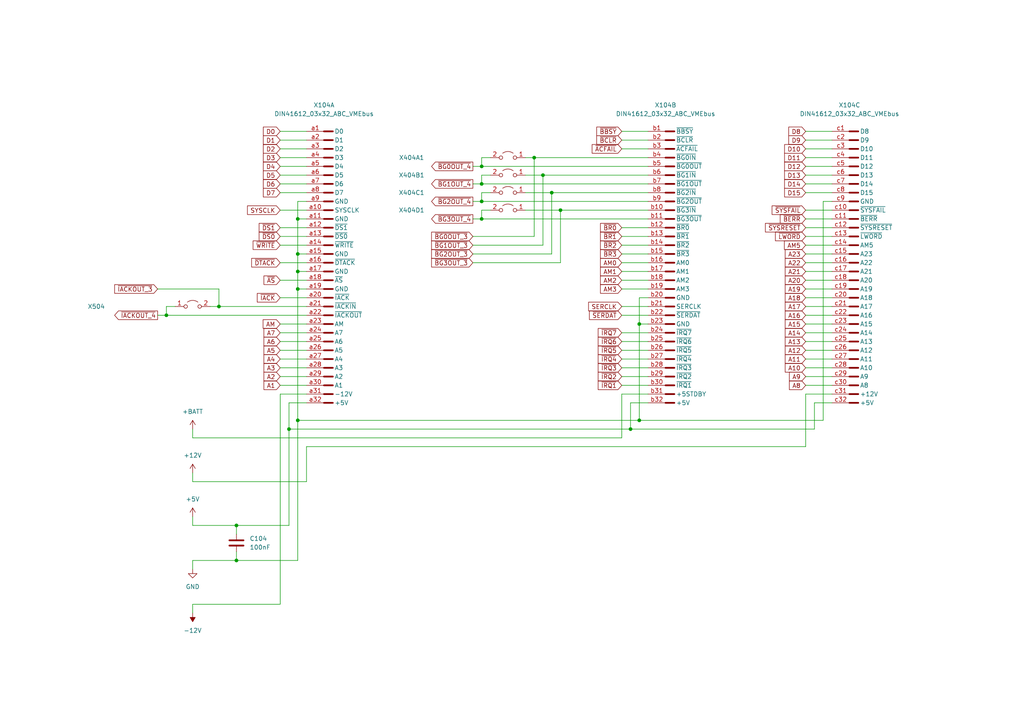
<source format=kicad_sch>
(kicad_sch (version 20211123) (generator eeschema)
  (paper "A4")
  (title_block (title "SLOT 2") (date "2024-01-04") (rev "1") (company "TOM STOREY") (comment 1 "FREE FOR NON-COMMERCIAL USE"))
  (lib_symbols
    (symbol "COMET symbols:C" (pin_numbers hide) (pin_names hide)
      (property "Reference" "C" (at 0 0 0))
      (property "Value" "C" (at 0 0 0))
      (symbol "C_0_1"
        (polyline (pts (xy -2.032 -0.762) (xy 2.032 -0.762)) (stroke (width 0.508)))
        (polyline (pts (xy -2.032 0.762) (xy 2.032 0.762)) (stroke (width 0.508)))
      )
      (symbol "C_1_1"
        (pin passive line (at 0 2.54 270) (length 1.524) (name "~") (number "1"))
        (pin passive line (at 0 -2.54 90) (length 1.524) (name "~") (number "2"))
      )
    )
    (symbol "COMET symbols:DIN41612_03x32_ABC_VMEbus" (pin_names (offset 3.048))
      (property "Reference" "X1" (at -20.32 45.72 0))
      (property "Value" "DIN41612_03x32_ABC_VMEbus" (at -20.32 43.18 0))
      (symbol "DIN41612_03x32_ABC_VMEbus_1_1"
        (polyline (pts (xy 0 -40.64) (xy 2.54 -40.64)) (stroke (width 0.508)))
        (polyline (pts (xy 0 -38.1) (xy 2.54 -38.1)) (stroke (width 0.508)))
        (polyline (pts (xy 0 -35.56) (xy 2.54 -35.56)) (stroke (width 0.508)))
        (polyline (pts (xy 0 -33.02) (xy 2.54 -33.02)) (stroke (width 0.508)))
        (polyline (pts (xy 0 -30.48) (xy 2.54 -30.48)) (stroke (width 0.508)))
        (polyline (pts (xy 0 -27.94) (xy 2.54 -27.94)) (stroke (width 0.508)))
        (polyline (pts (xy 0 -25.4) (xy 2.54 -25.4)) (stroke (width 0.508)))
        (polyline (pts (xy 0 -22.86) (xy 2.54 -22.86)) (stroke (width 0.508)))
        (polyline (pts (xy 0 -20.32) (xy 2.54 -20.32)) (stroke (width 0.508)))
        (polyline (pts (xy 0 -17.78) (xy 2.54 -17.78)) (stroke (width 0.508)))
        (polyline (pts (xy 0 -15.24) (xy 2.54 -15.24)) (stroke (width 0.508)))
        (polyline (pts (xy 0 -12.7) (xy 2.54 -12.7)) (stroke (width 0.508)))
        (polyline (pts (xy 0 -10.16) (xy 2.54 -10.16)) (stroke (width 0.508)))
        (polyline (pts (xy 0 -7.62) (xy 2.54 -7.62)) (stroke (width 0.508)))
        (polyline (pts (xy 0 -5.08) (xy 2.54 -5.08)) (stroke (width 0.508)))
        (polyline (pts (xy 0 -2.54) (xy 2.54 -2.54)) (stroke (width 0.508)))
        (polyline (pts (xy 0 0) (xy 2.54 0)) (stroke (width 0.508)))
        (polyline (pts (xy 0 2.54) (xy 2.54 2.54)) (stroke (width 0.508)))
        (polyline (pts (xy 0 5.08) (xy 2.54 5.08)) (stroke (width 0.508)))
        (polyline (pts (xy 0 7.62) (xy 2.54 7.62)) (stroke (width 0.508)))
        (polyline (pts (xy 0 10.16) (xy 2.54 10.16)) (stroke (width 0.508)))
        (polyline (pts (xy 0 12.7) (xy 2.54 12.7)) (stroke (width 0.508)))
        (polyline (pts (xy 0 15.24) (xy 2.54 15.24)) (stroke (width 0.508)))
        (polyline (pts (xy 0 17.78) (xy 2.54 17.78)) (stroke (width 0.508)))
        (polyline (pts (xy 0 20.32) (xy 2.54 20.32)) (stroke (width 0.508)))
        (polyline (pts (xy 0 22.86) (xy 2.54 22.86)) (stroke (width 0.508)))
        (polyline (pts (xy 0 25.4) (xy 2.54 25.4)) (stroke (width 0.508)))
        (polyline (pts (xy 0 27.94) (xy 2.54 27.94)) (stroke (width 0.508)))
        (polyline (pts (xy 0 30.48) (xy 2.54 30.48)) (stroke (width 0.508)))
        (polyline (pts (xy 0 33.02) (xy 2.54 33.02)) (stroke (width 0.508)))
        (polyline (pts (xy 0 35.56) (xy 2.54 35.56)) (stroke (width 0.508)))
        (polyline (pts (xy 0 38.1) (xy 2.54 38.1)) (stroke (width 0.508)))
        (pin passive line (at -5.08 38.1 0) (length 5.08) (name "D0") (number "a1"))
        (pin passive line (at -5.08 15.24 0) (length 5.08) (name "SYSCLK") (number "a10"))
        (pin passive line (at -5.08 12.7 0) (length 5.08) (name "GND") (number "a11"))
        (pin passive line (at -5.08 10.16 0) (length 5.08) (name "~{DS1}") (number "a12"))
        (pin passive line (at -5.08 7.62 0) (length 5.08) (name "~{DS0}") (number "a13"))
        (pin passive line (at -5.08 5.08 0) (length 5.08) (name "~{WRITE}") (number "a14"))
        (pin passive line (at -5.08 2.54 0) (length 5.08) (name "GND") (number "a15"))
        (pin passive line (at -5.08 0 0) (length 5.08) (name "~{DTACK}") (number "a16"))
        (pin passive line (at -5.08 -2.54 0) (length 5.08) (name "GND") (number "a17"))
        (pin passive line (at -5.08 -5.08 0) (length 5.08) (name "~{AS}") (number "a18"))
        (pin passive line (at -5.08 -7.62 0) (length 5.08) (name "GND") (number "a19"))
        (pin passive line (at -5.08 35.56 0) (length 5.08) (name "D1") (number "a2"))
        (pin passive line (at -5.08 -10.16 0) (length 5.08) (name "~{IACK}") (number "a20"))
        (pin passive line (at -5.08 -12.7 0) (length 5.08) (name "~{IACKIN}") (number "a21"))
        (pin passive line (at -5.08 -15.24 0) (length 5.08) (name "~{IACKOUT}") (number "a22"))
        (pin passive line (at -5.08 -17.78 0) (length 5.08) (name "AM") (number "a23"))
        (pin passive line (at -5.08 -20.32 0) (length 5.08) (name "A7") (number "a24"))
        (pin passive line (at -5.08 -22.86 0) (length 5.08) (name "A6") (number "a25"))
        (pin passive line (at -5.08 -25.4 0) (length 5.08) (name "A5") (number "a26"))
        (pin passive line (at -5.08 -27.94 0) (length 5.08) (name "A4") (number "a27"))
        (pin passive line (at -5.08 -30.48 0) (length 5.08) (name "A3") (number "a28"))
        (pin passive line (at -5.08 -33.02 0) (length 5.08) (name "A2") (number "a29"))
        (pin passive line (at -5.08 33.02 0) (length 5.08) (name "D2") (number "a3"))
        (pin passive line (at -5.08 -35.56 0) (length 5.08) (name "A1") (number "a30"))
        (pin passive line (at -5.08 -38.1 0) (length 5.08) (name "-12V") (number "a31"))
        (pin passive line (at -5.08 -40.64 0) (length 5.08) (name "+5V") (number "a32"))
        (pin passive line (at -5.08 30.48 0) (length 5.08) (name "D3") (number "a4"))
        (pin passive line (at -5.08 27.94 0) (length 5.08) (name "D4") (number "a5"))
        (pin passive line (at -5.08 25.4 0) (length 5.08) (name "D5") (number "a6"))
        (pin passive line (at -5.08 22.86 0) (length 5.08) (name "D6") (number "a7"))
        (pin passive line (at -5.08 20.32 0) (length 5.08) (name "D7") (number "a8"))
        (pin passive line (at -5.08 17.78 0) (length 5.08) (name "GND") (number "a9"))
      )
      (symbol "DIN41612_03x32_ABC_VMEbus_2_1"
        (polyline (pts (xy 0 -40.64) (xy 2.54 -40.64)) (stroke (width 0.508)))
        (polyline (pts (xy 0 -38.1) (xy 2.54 -38.1)) (stroke (width 0.508)))
        (polyline (pts (xy 0 -35.56) (xy 2.54 -35.56)) (stroke (width 0.508)))
        (polyline (pts (xy 0 -33.02) (xy 2.54 -33.02)) (stroke (width 0.508)))
        (polyline (pts (xy 0 -30.48) (xy 2.54 -30.48)) (stroke (width 0.508)))
        (polyline (pts (xy 0 -27.94) (xy 2.54 -27.94)) (stroke (width 0.508)))
        (polyline (pts (xy 0 -25.4) (xy 2.54 -25.4)) (stroke (width 0.508)))
        (polyline (pts (xy 0 -22.86) (xy 2.54 -22.86)) (stroke (width 0.508)))
        (polyline (pts (xy 0 -20.32) (xy 2.54 -20.32)) (stroke (width 0.508)))
        (polyline (pts (xy 0 -17.78) (xy 2.54 -17.78)) (stroke (width 0.508)))
        (polyline (pts (xy 0 -15.24) (xy 2.54 -15.24)) (stroke (width 0.508)))
        (polyline (pts (xy 0 -12.7) (xy 2.54 -12.7)) (stroke (width 0.508)))
        (polyline (pts (xy 0 -10.16) (xy 2.54 -10.16)) (stroke (width 0.508)))
        (polyline (pts (xy 0 -7.62) (xy 2.54 -7.62)) (stroke (width 0.508)))
        (polyline (pts (xy 0 -5.08) (xy 2.54 -5.08)) (stroke (width 0.508)))
        (polyline (pts (xy 0 -2.54) (xy 2.54 -2.54)) (stroke (width 0.508)))
        (polyline (pts (xy 0 0) (xy 2.54 0)) (stroke (width 0.508)))
        (polyline (pts (xy 0 2.54) (xy 2.54 2.54)) (stroke (width 0.508)))
        (polyline (pts (xy 0 5.08) (xy 2.54 5.08)) (stroke (width 0.508)))
        (polyline (pts (xy 0 7.62) (xy 2.54 7.62)) (stroke (width 0.508)))
        (polyline (pts (xy 0 10.16) (xy 2.54 10.16)) (stroke (width 0.508)))
        (polyline (pts (xy 0 12.7) (xy 2.54 12.7)) (stroke (width 0.508)))
        (polyline (pts (xy 0 15.24) (xy 2.54 15.24)) (stroke (width 0.508)))
        (polyline (pts (xy 0 17.78) (xy 2.54 17.78)) (stroke (width 0.508)))
        (polyline (pts (xy 0 20.32) (xy 2.54 20.32)) (stroke (width 0.508)))
        (polyline (pts (xy 0 22.86) (xy 2.54 22.86)) (stroke (width 0.508)))
        (polyline (pts (xy 0 25.4) (xy 2.54 25.4)) (stroke (width 0.508)))
        (polyline (pts (xy 0 27.94) (xy 2.54 27.94)) (stroke (width 0.508)))
        (polyline (pts (xy 0 30.48) (xy 2.54 30.48)) (stroke (width 0.508)))
        (polyline (pts (xy 0 33.02) (xy 2.54 33.02)) (stroke (width 0.508)))
        (polyline (pts (xy 0 35.56) (xy 2.54 35.56)) (stroke (width 0.508)))
        (polyline (pts (xy 0 38.1) (xy 2.54 38.1)) (stroke (width 0.508)))
        (pin passive line (at -5.08 38.1 0) (length 5.08) (name "~{BBSY}") (number "b1"))
        (pin passive line (at -5.08 15.24 0) (length 5.08) (name "~{BG3IN}") (number "b10"))
        (pin passive line (at -5.08 12.7 0) (length 5.08) (name "~{BG3OUT}") (number "b11"))
        (pin passive line (at -5.08 10.16 0) (length 5.08) (name "~{BR0}") (number "b12"))
        (pin passive line (at -5.08 7.62 0) (length 5.08) (name "~{BR1}") (number "b13"))
        (pin passive line (at -5.08 5.08 0) (length 5.08) (name "~{BR2}") (number "b14"))
        (pin passive line (at -5.08 2.54 0) (length 5.08) (name "~{BR3}") (number "b15"))
        (pin passive line (at -5.08 0 0) (length 5.08) (name "AM0") (number "b16"))
        (pin passive line (at -5.08 -2.54 0) (length 5.08) (name "AM1") (number "b17"))
        (pin passive line (at -5.08 -5.08 0) (length 5.08) (name "AM2") (number "b18"))
        (pin passive line (at -5.08 -7.62 0) (length 5.08) (name "AM3") (number "b19"))
        (pin passive line (at -5.08 35.56 0) (length 5.08) (name "~{BCLR}") (number "b2"))
        (pin passive line (at -5.08 -10.16 0) (length 5.08) (name "GND") (number "b20"))
        (pin passive line (at -5.08 -12.7 0) (length 5.08) (name "SERCLK") (number "b21"))
        (pin passive line (at -5.08 -15.24 0) (length 5.08) (name "~{SERDAT}") (number "b22"))
        (pin passive line (at -5.08 -17.78 0) (length 5.08) (name "GND") (number "b23"))
        (pin passive line (at -5.08 -20.32 0) (length 5.08) (name "~{IRQ7}") (number "b24"))
        (pin passive line (at -5.08 -22.86 0) (length 5.08) (name "~{IRQ6}") (number "b25"))
        (pin passive line (at -5.08 -25.4 0) (length 5.08) (name "~{IRQ5}") (number "b26"))
        (pin passive line (at -5.08 -27.94 0) (length 5.08) (name "~{IRQ4}") (number "b27"))
        (pin passive line (at -5.08 -30.48 0) (length 5.08) (name "~{IRQ3}") (number "b28"))
        (pin passive line (at -5.08 -33.02 0) (length 5.08) (name "~{IRQ2}") (number "b29"))
        (pin passive line (at -5.08 33.02 0) (length 5.08) (name "~{ACFAIL}") (number "b3"))
        (pin passive line (at -5.08 -35.56 0) (length 5.08) (name "~{IRQ1}") (number "b30"))
        (pin passive line (at -5.08 -38.1 0) (length 5.08) (name "+5STDBY") (number "b31"))
        (pin passive line (at -5.08 -40.64 0) (length 5.08) (name "+5V") (number "b32"))
        (pin passive line (at -5.08 30.48 0) (length 5.08) (name "~{BG0IN}") (number "b4"))
        (pin passive line (at -5.08 27.94 0) (length 5.08) (name "~{BG0OUT}") (number "b5"))
        (pin passive line (at -5.08 25.4 0) (length 5.08) (name "~{BG1IN}") (number "b6"))
        (pin passive line (at -5.08 22.86 0) (length 5.08) (name "~{BG1OUT}") (number "b7"))
        (pin passive line (at -5.08 20.32 0) (length 5.08) (name "~{BG2IN}") (number "b8"))
        (pin passive line (at -5.08 17.78 0) (length 5.08) (name "~{BG2OUT}") (number "b9"))
      )
      (symbol "DIN41612_03x32_ABC_VMEbus_3_1"
        (polyline (pts (xy 0 -40.64) (xy 2.54 -40.64)) (stroke (width 0.508)))
        (polyline (pts (xy 0 -38.1) (xy 2.54 -38.1)) (stroke (width 0.508)))
        (polyline (pts (xy 0 -35.56) (xy 2.54 -35.56)) (stroke (width 0.508)))
        (polyline (pts (xy 0 -33.02) (xy 2.54 -33.02)) (stroke (width 0.508)))
        (polyline (pts (xy 0 -30.48) (xy 2.54 -30.48)) (stroke (width 0.508)))
        (polyline (pts (xy 0 -27.94) (xy 2.54 -27.94)) (stroke (width 0.508)))
        (polyline (pts (xy 0 -25.4) (xy 2.54 -25.4)) (stroke (width 0.508)))
        (polyline (pts (xy 0 -22.86) (xy 2.54 -22.86)) (stroke (width 0.508)))
        (polyline (pts (xy 0 -20.32) (xy 2.54 -20.32)) (stroke (width 0.508)))
        (polyline (pts (xy 0 -17.78) (xy 2.54 -17.78)) (stroke (width 0.508)))
        (polyline (pts (xy 0 -15.24) (xy 2.54 -15.24)) (stroke (width 0.508)))
        (polyline (pts (xy 0 -12.7) (xy 2.54 -12.7)) (stroke (width 0.508)))
        (polyline (pts (xy 0 -10.16) (xy 2.54 -10.16)) (stroke (width 0.508)))
        (polyline (pts (xy 0 -7.62) (xy 2.54 -7.62)) (stroke (width 0.508)))
        (polyline (pts (xy 0 -5.08) (xy 2.54 -5.08)) (stroke (width 0.508)))
        (polyline (pts (xy 0 -2.54) (xy 2.54 -2.54)) (stroke (width 0.508)))
        (polyline (pts (xy 0 0) (xy 2.54 0)) (stroke (width 0.508)))
        (polyline (pts (xy 0 2.54) (xy 2.54 2.54)) (stroke (width 0.508)))
        (polyline (pts (xy 0 5.08) (xy 2.54 5.08)) (stroke (width 0.508)))
        (polyline (pts (xy 0 7.62) (xy 2.54 7.62)) (stroke (width 0.508)))
        (polyline (pts (xy 0 10.16) (xy 2.54 10.16)) (stroke (width 0.508)))
        (polyline (pts (xy 0 12.7) (xy 2.54 12.7)) (stroke (width 0.508)))
        (polyline (pts (xy 0 15.24) (xy 2.54 15.24)) (stroke (width 0.508)))
        (polyline (pts (xy 0 17.78) (xy 2.54 17.78)) (stroke (width 0.508)))
        (polyline (pts (xy 0 20.32) (xy 2.54 20.32)) (stroke (width 0.508)))
        (polyline (pts (xy 0 22.86) (xy 2.54 22.86)) (stroke (width 0.508)))
        (polyline (pts (xy 0 25.4) (xy 2.54 25.4)) (stroke (width 0.508)))
        (polyline (pts (xy 0 27.94) (xy 2.54 27.94)) (stroke (width 0.508)))
        (polyline (pts (xy 0 30.48) (xy 2.54 30.48)) (stroke (width 0.508)))
        (polyline (pts (xy 0 33.02) (xy 2.54 33.02)) (stroke (width 0.508)))
        (polyline (pts (xy 0 35.56) (xy 2.54 35.56)) (stroke (width 0.508)))
        (polyline (pts (xy 0 38.1) (xy 2.54 38.1)) (stroke (width 0.508)))
        (pin passive line (at -5.08 38.1 0) (length 5.08) (name "D8") (number "c1"))
        (pin passive line (at -5.08 15.24 0) (length 5.08) (name "~{SYSFAIL}") (number "c10"))
        (pin passive line (at -5.08 12.7 0) (length 5.08) (name "~{BERR}") (number "c11"))
        (pin passive line (at -5.08 10.16 0) (length 5.08) (name "~{SYSRESET}") (number "c12"))
        (pin passive line (at -5.08 7.62 0) (length 5.08) (name "~{LWORD}") (number "c13"))
        (pin passive line (at -5.08 5.08 0) (length 5.08) (name "AM5") (number "c14"))
        (pin passive line (at -5.08 2.54 0) (length 5.08) (name "A23") (number "c15"))
        (pin passive line (at -5.08 0 0) (length 5.08) (name "A22") (number "c16"))
        (pin passive line (at -5.08 -2.54 0) (length 5.08) (name "A21") (number "c17"))
        (pin passive line (at -5.08 -5.08 0) (length 5.08) (name "A20") (number "c18"))
        (pin passive line (at -5.08 -7.62 0) (length 5.08) (name "A19") (number "c19"))
        (pin passive line (at -5.08 35.56 0) (length 5.08) (name "D9") (number "c2"))
        (pin passive line (at -5.08 -10.16 0) (length 5.08) (name "A18") (number "c20"))
        (pin passive line (at -5.08 -12.7 0) (length 5.08) (name "A17") (number "c21"))
        (pin passive line (at -5.08 -15.24 0) (length 5.08) (name "A16") (number "c22"))
        (pin passive line (at -5.08 -17.78 0) (length 5.08) (name "A15") (number "c23"))
        (pin passive line (at -5.08 -20.32 0) (length 5.08) (name "A14") (number "c24"))
        (pin passive line (at -5.08 -22.86 0) (length 5.08) (name "A13") (number "c25"))
        (pin passive line (at -5.08 -25.4 0) (length 5.08) (name "A12") (number "c26"))
        (pin passive line (at -5.08 -27.94 0) (length 5.08) (name "A11") (number "c27"))
        (pin passive line (at -5.08 -30.48 0) (length 5.08) (name "A10") (number "c28"))
        (pin passive line (at -5.08 -33.02 0) (length 5.08) (name "A9") (number "c29"))
        (pin passive line (at -5.08 33.02 0) (length 5.08) (name "D10") (number "c3"))
        (pin passive line (at -5.08 -35.56 0) (length 5.08) (name "A8") (number "c30"))
        (pin passive line (at -5.08 -38.1 0) (length 5.08) (name "+12V") (number "c31"))
        (pin passive line (at -5.08 -40.64 0) (length 5.08) (name "+5V") (number "c32"))
        (pin passive line (at -5.08 30.48 0) (length 5.08) (name "D11") (number "c4"))
        (pin passive line (at -5.08 27.94 0) (length 5.08) (name "D12") (number "c5"))
        (pin passive line (at -5.08 25.4 0) (length 5.08) (name "D13") (number "c6"))
        (pin passive line (at -5.08 22.86 0) (length 5.08) (name "D14") (number "c7"))
        (pin passive line (at -5.08 20.32 0) (length 5.08) (name "D15") (number "c8"))
        (pin passive line (at -5.08 17.78 0) (length 5.08) (name "GND") (number "c9"))
      )
    )
    (symbol "Jumper:Jumper_2_Open" (pin_names (offset 0) hide)
      (property "Reference" "JP" (at 0 2.794 0))
      (property "Value" "Jumper_2_Open" (at 0 -2.286 0))
      (symbol "Jumper_2_Open_0_0"
        (circle (center -2.032 0) (radius 0.508))
        (circle (center 2.032 0) (radius 0.508))
      )
      (symbol "Jumper_2_Open_0_1"
        (arc (start 1.524 1.27) (mid 0 1.778) (end -1.524 1.27))
      )
      (symbol "Jumper_2_Open_1_1"
        (pin passive line (at -5.08 0 0) (length 2.54) (name "A") (number "1"))
        (pin passive line (at 5.08 0 180) (length 2.54) (name "B") (number "2"))
      )
    )
    (symbol "power:+12V" (power) (pin_names (offset 0))
      (property "Value" "+12V" (at 0 3.556 0))
      (symbol "+12V_0_1"
        (polyline (pts (xy -0.762 1.27) (xy 0 2.54)))
        (polyline (pts (xy 0 0) (xy 0 2.54)))
        (polyline (pts (xy 0 2.54) (xy 0.762 1.27)))
      )
      (symbol "+12V_1_1"
        (pin power_in line (at 0 0 90) (length 0) hide (name "+12V") (number "1"))
      )
    )
    (symbol "power:+5V" (power) (pin_names (offset 0))
      (property "Value" "+5V" (at 0 3.556 0))
      (symbol "+5V_0_1"
        (polyline (pts (xy -0.762 1.27) (xy 0 2.54)))
        (polyline (pts (xy 0 0) (xy 0 2.54)))
        (polyline (pts (xy 0 2.54) (xy 0.762 1.27)))
      )
      (symbol "+5V_1_1"
        (pin power_in line (at 0 0 90) (length 0) hide (name "+5V") (number "1"))
      )
    )
    (symbol "power:+BATT" (power) (pin_names (offset 0))
      (property "Value" "+BATT" (at 0 3.556 0))
      (symbol "+BATT_0_1"
        (polyline (pts (xy -0.762 1.27) (xy 0 2.54)))
        (polyline (pts (xy 0 0) (xy 0 2.54)))
        (polyline (pts (xy 0 2.54) (xy 0.762 1.27)))
      )
      (symbol "+BATT_1_1"
        (pin power_in line (at 0 0 90) (length 0) hide (name "+BATT") (number "1"))
      )
    )
    (symbol "power:-12V" (power) (pin_names (offset 0))
      (property "Value" "-12V" (at 0 3.81 0))
      (symbol "-12V_0_0"
        (pin power_in line (at 0 0 90) (length 0) hide (name "-12V") (number "1"))
      )
      (symbol "-12V_0_1"
        (polyline (pts (xy 0 0) (xy 0 1.27) (xy 0.762 1.27) (xy 0 2.54) (xy -0.762 1.27) (xy 0 1.27)) (fill (type outline)))
      )
    )
    (symbol "power:GND" (power) (pin_names (offset 0))
      (property "Value" "GND" (at 0 -3.81 0))
      (symbol "GND_0_1"
        (polyline (pts (xy 0 0) (xy 0 -1.27) (xy 1.27 -1.27) (xy 0 -2.54) (xy -1.27 -1.27) (xy 0 -1.27)))
      )
      (symbol "GND_1_1"
        (pin power_in line (at 0 0 270) (length 0) hide (name "GND") (number "1"))
      )
    )
  )
  (junction (at 157.48 50.8))
  (junction (at 63.5 88.9))
  (junction (at 86.36 83.82))
  (junction (at 139.7 58.42))
  (junction (at 139.7 63.5))
  (junction (at 86.36 63.5))
  (junction (at 48.26 91.44))
  (junction (at 154.94 45.72))
  (junction (at 139.7 53.34))
  (junction (at 86.36 78.74))
  (junction (at 139.7 48.26))
  (junction (at 185.42 93.98))
  (junction (at 185.42 121.92))
  (junction (at 83.82 124.46))
  (junction (at 160.02 55.88))
  (junction (at 162.56 60.96))
  (junction (at 86.36 73.66))
  (junction (at 68.58 152.4))
  (junction (at 182.88 124.46))
  (junction (at 68.58 162.56))
  (junction (at 86.36 121.92))
  (wire (pts (xy 238.76 58.42) (xy 238.76 121.92)))
  (wire (pts (xy 137.16 73.66) (xy 160.02 73.66)))
  (wire (pts (xy 152.4 50.8) (xy 157.48 50.8)))
  (wire (pts (xy 180.34 83.82) (xy 187.96 83.82)))
  (wire (pts (xy 233.68 106.68) (xy 241.3 106.68)))
  (wire (pts (xy 81.28 60.96) (xy 88.9 60.96)))
  (wire (pts (xy 180.34 43.18) (xy 187.96 43.18)))
  (wire (pts (xy 68.58 160.02) (xy 68.58 162.56)))
  (wire (pts (xy 137.16 53.34) (xy 139.7 53.34)))
  (wire (pts (xy 233.68 55.88) (xy 241.3 55.88)))
  (wire (pts (xy 233.68 91.44) (xy 241.3 91.44)))
  (wire (pts (xy 86.36 78.74) (xy 88.9 78.74)))
  (wire (pts (xy 81.28 106.68) (xy 88.9 106.68)))
  (wire (pts (xy 137.16 63.5) (xy 139.7 63.5)))
  (wire (pts (xy 233.68 71.12) (xy 241.3 71.12)))
  (wire (pts (xy 180.34 127) (xy 180.34 114.3)))
  (wire (pts (xy 233.68 114.3) (xy 241.3 114.3)))
  (wire (pts (xy 139.7 45.72) (xy 139.7 48.26)))
  (wire (pts (xy 81.28 50.8) (xy 88.9 50.8)))
  (wire (pts (xy 233.68 86.36) (xy 241.3 86.36)))
  (wire (pts (xy 86.36 121.92) (xy 185.42 121.92)))
  (wire (pts (xy 157.48 50.8) (xy 157.48 71.12)))
  (wire (pts (xy 60.96 88.9) (xy 63.5 88.9)))
  (wire (pts (xy 55.88 177.8) (xy 55.88 175.26)))
  (wire (pts (xy 182.88 116.84) (xy 182.88 124.46)))
  (wire (pts (xy 185.42 86.36) (xy 185.42 93.98)))
  (wire (pts (xy 81.28 93.98) (xy 88.9 93.98)))
  (wire (pts (xy 55.88 139.7) (xy 88.9 139.7)))
  (wire (pts (xy 182.88 124.46) (xy 236.22 124.46)))
  (wire (pts (xy 236.22 116.84) (xy 241.3 116.84)))
  (wire (pts (xy 180.34 71.12) (xy 187.96 71.12)))
  (wire (pts (xy 233.68 38.1) (xy 241.3 38.1)))
  (wire (pts (xy 233.68 53.34) (xy 241.3 53.34)))
  (wire (pts (xy 55.88 149.86) (xy 55.88 152.4)))
  (wire (pts (xy 185.42 93.98) (xy 187.96 93.98)))
  (wire (pts (xy 86.36 78.74) (xy 86.36 83.82)))
  (wire (pts (xy 81.28 66.04) (xy 88.9 66.04)))
  (wire (pts (xy 180.34 111.76) (xy 187.96 111.76)))
  (wire (pts (xy 233.68 104.14) (xy 241.3 104.14)))
  (wire (pts (xy 180.34 96.52) (xy 187.96 96.52)))
  (wire (pts (xy 180.34 88.9) (xy 187.96 88.9)))
  (wire (pts (xy 55.88 175.26) (xy 81.28 175.26)))
  (wire (pts (xy 139.7 60.96) (xy 142.24 60.96)))
  (wire (pts (xy 162.56 60.96) (xy 162.56 76.2)))
  (wire (pts (xy 139.7 58.42) (xy 187.96 58.42)))
  (wire (pts (xy 187.96 116.84) (xy 182.88 116.84)))
  (wire (pts (xy 55.88 137.16) (xy 55.88 139.7)))
  (wire (pts (xy 81.28 38.1) (xy 88.9 38.1)))
  (wire (pts (xy 81.28 86.36) (xy 88.9 86.36)))
  (wire (pts (xy 86.36 58.42) (xy 86.36 63.5)))
  (wire (pts (xy 160.02 55.88) (xy 160.02 73.66)))
  (wire (pts (xy 83.82 152.4) (xy 83.82 124.46)))
  (wire (pts (xy 55.88 124.46) (xy 55.88 127)))
  (wire (pts (xy 139.7 60.96) (xy 139.7 63.5)))
  (wire (pts (xy 180.34 40.64) (xy 187.96 40.64)))
  (wire (pts (xy 81.28 81.28) (xy 88.9 81.28)))
  (wire (pts (xy 142.24 55.88) (xy 139.7 55.88)))
  (wire (pts (xy 180.34 73.66) (xy 187.96 73.66)))
  (wire (pts (xy 233.68 68.58) (xy 241.3 68.58)))
  (wire (pts (xy 233.68 99.06) (xy 241.3 99.06)))
  (wire (pts (xy 233.68 101.6) (xy 241.3 101.6)))
  (wire (pts (xy 233.68 48.26) (xy 241.3 48.26)))
  (wire (pts (xy 160.02 55.88) (xy 187.96 55.88)))
  (wire (pts (xy 233.68 129.54) (xy 233.68 114.3)))
  (wire (pts (xy 81.28 43.18) (xy 88.9 43.18)))
  (wire (pts (xy 81.28 76.2) (xy 88.9 76.2)))
  (wire (pts (xy 86.36 83.82) (xy 86.36 121.92)))
  (wire (pts (xy 180.34 104.14) (xy 187.96 104.14)))
  (wire (pts (xy 152.4 45.72) (xy 154.94 45.72)))
  (wire (pts (xy 86.36 63.5) (xy 86.36 73.66)))
  (wire (pts (xy 180.34 68.58) (xy 187.96 68.58)))
  (wire (pts (xy 180.34 76.2) (xy 187.96 76.2)))
  (wire (pts (xy 142.24 50.8) (xy 139.7 50.8)))
  (wire (pts (xy 139.7 55.88) (xy 139.7 58.42)))
  (wire (pts (xy 233.68 88.9) (xy 241.3 88.9)))
  (wire (pts (xy 68.58 152.4) (xy 68.58 154.94)))
  (wire (pts (xy 152.4 55.88) (xy 160.02 55.88)))
  (wire (pts (xy 139.7 63.5) (xy 187.96 63.5)))
  (wire (pts (xy 83.82 124.46) (xy 182.88 124.46)))
  (wire (pts (xy 55.88 152.4) (xy 68.58 152.4)))
  (wire (pts (xy 81.28 48.26) (xy 88.9 48.26)))
  (wire (pts (xy 233.68 81.28) (xy 241.3 81.28)))
  (wire (pts (xy 88.9 116.84) (xy 83.82 116.84)))
  (wire (pts (xy 81.28 45.72) (xy 88.9 45.72)))
  (wire (pts (xy 63.5 88.9) (xy 63.5 83.82)))
  (wire (pts (xy 68.58 162.56) (xy 55.88 162.56)))
  (wire (pts (xy 233.68 43.18) (xy 241.3 43.18)))
  (wire (pts (xy 233.68 50.8) (xy 241.3 50.8)))
  (wire (pts (xy 233.68 45.72) (xy 241.3 45.72)))
  (wire (pts (xy 81.28 175.26) (xy 81.28 114.3)))
  (wire (pts (xy 180.34 91.44) (xy 187.96 91.44)))
  (wire (pts (xy 180.34 106.68) (xy 187.96 106.68)))
  (wire (pts (xy 83.82 116.84) (xy 83.82 124.46)))
  (wire (pts (xy 88.9 129.54) (xy 88.9 139.7)))
  (wire (pts (xy 86.36 73.66) (xy 88.9 73.66)))
  (wire (pts (xy 81.28 101.6) (xy 88.9 101.6)))
  (wire (pts (xy 48.26 91.44) (xy 88.9 91.44)))
  (wire (pts (xy 233.68 76.2) (xy 241.3 76.2)))
  (wire (pts (xy 68.58 152.4) (xy 83.82 152.4)))
  (wire (pts (xy 139.7 50.8) (xy 139.7 53.34)))
  (wire (pts (xy 142.24 45.72) (xy 139.7 45.72)))
  (wire (pts (xy 137.16 71.12) (xy 157.48 71.12)))
  (wire (pts (xy 86.36 162.56) (xy 68.58 162.56)))
  (wire (pts (xy 180.34 81.28) (xy 187.96 81.28)))
  (wire (pts (xy 241.3 58.42) (xy 238.76 58.42)))
  (wire (pts (xy 86.36 73.66) (xy 86.36 78.74)))
  (wire (pts (xy 81.28 104.14) (xy 88.9 104.14)))
  (wire (pts (xy 81.28 96.52) (xy 88.9 96.52)))
  (wire (pts (xy 139.7 53.34) (xy 187.96 53.34)))
  (wire (pts (xy 81.28 53.34) (xy 88.9 53.34)))
  (wire (pts (xy 180.34 66.04) (xy 187.96 66.04)))
  (wire (pts (xy 88.9 58.42) (xy 86.36 58.42)))
  (wire (pts (xy 55.88 162.56) (xy 55.88 165.1)))
  (wire (pts (xy 233.68 40.64) (xy 241.3 40.64)))
  (wire (pts (xy 180.34 109.22) (xy 187.96 109.22)))
  (wire (pts (xy 88.9 129.54) (xy 233.68 129.54)))
  (wire (pts (xy 233.68 78.74) (xy 241.3 78.74)))
  (wire (pts (xy 233.68 93.98) (xy 241.3 93.98)))
  (wire (pts (xy 180.34 101.6) (xy 187.96 101.6)))
  (wire (pts (xy 81.28 68.58) (xy 88.9 68.58)))
  (wire (pts (xy 45.72 91.44) (xy 48.26 91.44)))
  (wire (pts (xy 137.16 58.42) (xy 139.7 58.42)))
  (wire (pts (xy 81.28 40.64) (xy 88.9 40.64)))
  (wire (pts (xy 233.68 60.96) (xy 241.3 60.96)))
  (wire (pts (xy 233.68 96.52) (xy 241.3 96.52)))
  (wire (pts (xy 154.94 45.72) (xy 187.96 45.72)))
  (wire (pts (xy 152.4 60.96) (xy 162.56 60.96)))
  (wire (pts (xy 233.68 66.04) (xy 241.3 66.04)))
  (wire (pts (xy 81.28 114.3) (xy 88.9 114.3)))
  (wire (pts (xy 86.36 63.5) (xy 88.9 63.5)))
  (wire (pts (xy 81.28 111.76) (xy 88.9 111.76)))
  (wire (pts (xy 185.42 121.92) (xy 238.76 121.92)))
  (wire (pts (xy 233.68 63.5) (xy 241.3 63.5)))
  (wire (pts (xy 45.72 83.82) (xy 63.5 83.82)))
  (wire (pts (xy 233.68 111.76) (xy 241.3 111.76)))
  (wire (pts (xy 180.34 78.74) (xy 187.96 78.74)))
  (wire (pts (xy 233.68 83.82) (xy 241.3 83.82)))
  (wire (pts (xy 157.48 50.8) (xy 187.96 50.8)))
  (wire (pts (xy 139.7 48.26) (xy 187.96 48.26)))
  (wire (pts (xy 86.36 83.82) (xy 88.9 83.82)))
  (wire (pts (xy 236.22 124.46) (xy 236.22 116.84)))
  (wire (pts (xy 187.96 86.36) (xy 185.42 86.36)))
  (wire (pts (xy 55.88 127) (xy 180.34 127)))
  (wire (pts (xy 81.28 71.12) (xy 88.9 71.12)))
  (wire (pts (xy 63.5 88.9) (xy 88.9 88.9)))
  (wire (pts (xy 233.68 73.66) (xy 241.3 73.66)))
  (wire (pts (xy 233.68 109.22) (xy 241.3 109.22)))
  (wire (pts (xy 81.28 55.88) (xy 88.9 55.88)))
  (wire (pts (xy 81.28 99.06) (xy 88.9 99.06)))
  (wire (pts (xy 162.56 60.96) (xy 187.96 60.96)))
  (wire (pts (xy 50.8 88.9) (xy 48.26 88.9)))
  (wire (pts (xy 86.36 121.92) (xy 86.36 162.56)))
  (wire (pts (xy 137.16 68.58) (xy 154.94 68.58)))
  (wire (pts (xy 81.28 109.22) (xy 88.9 109.22)))
  (wire (pts (xy 180.34 99.06) (xy 187.96 99.06)))
  (wire (pts (xy 185.42 93.98) (xy 185.42 121.92)))
  (wire (pts (xy 180.34 114.3) (xy 187.96 114.3)))
  (wire (pts (xy 137.16 76.2) (xy 162.56 76.2)))
  (wire (pts (xy 137.16 48.26) (xy 139.7 48.26)))
  (wire (pts (xy 180.34 38.1) (xy 187.96 38.1)))
  (wire (pts (xy 154.94 45.72) (xy 154.94 68.58)))
  (wire (pts (xy 48.26 88.9) (xy 48.26 91.44)))
  (global_label "~{BR1}" (shape input) (at 180.34 68.58 180) (property "Intersheet References" "${INTERSHEET_REFS}" (effects hide)))
  (global_label "D13" (shape input) (at 233.68 50.8 180) (property "Intersheet References" "${INTERSHEET_REFS}" (effects hide)))
  (global_label "~{ACFAIL}" (shape input) (at 180.34 43.18 180) (property "Intersheet References" "${INTERSHEET_REFS}" (effects hide)))
  (global_label "D5" (shape input) (at 81.28 50.8 180) (property "Intersheet References" "${INTERSHEET_REFS}" (effects hide)))
  (global_label "~{AS}" (shape input) (at 81.28 81.28 180) (property "Intersheet References" "${INTERSHEET_REFS}" (effects hide)))
  (global_label "~{IRQ4}" (shape input) (at 180.34 104.14 180) (property "Intersheet References" "${INTERSHEET_REFS}" (effects hide)))
  (global_label "D4" (shape input) (at 81.28 48.26 180) (property "Intersheet References" "${INTERSHEET_REFS}" (effects hide)))
  (global_label "A22" (shape input) (at 233.68 76.2 180) (property "Intersheet References" "${INTERSHEET_REFS}" (effects hide)))
  (global_label "~{BR3}" (shape input) (at 180.34 73.66 180) (property "Intersheet References" "${INTERSHEET_REFS}" (effects hide)))
  (global_label "A12" (shape input) (at 233.68 101.6 180) (property "Intersheet References" "${INTERSHEET_REFS}" (effects hide)))
  (global_label "A13" (shape input) (at 233.68 99.06 180) (property "Intersheet References" "${INTERSHEET_REFS}" (effects hide)))
  (global_label "A3" (shape input) (at 81.28 106.68 180) (property "Intersheet References" "${INTERSHEET_REFS}" (effects hide)))
  (global_label "AM0" (shape input) (at 180.34 76.2 180) (property "Intersheet References" "${INTERSHEET_REFS}" (effects hide)))
  (global_label "A18" (shape input) (at 233.68 86.36 180) (property "Intersheet References" "${INTERSHEET_REFS}" (effects hide)))
  (global_label "~{BG3OUT_3}" (shape input) (at 137.16 76.2 180) (property "Intersheet References" "${INTERSHEET_REFS}" (effects hide)))
  (global_label "AM2" (shape input) (at 180.34 81.28 180) (property "Intersheet References" "${INTERSHEET_REFS}" (effects hide)))
  (global_label "A8" (shape input) (at 233.68 111.76 180) (property "Intersheet References" "${INTERSHEET_REFS}" (effects hide)))
  (global_label "~{DS0}" (shape input) (at 81.28 68.58 180) (property "Intersheet References" "${INTERSHEET_REFS}" (effects hide)))
  (global_label "D3" (shape input) (at 81.28 45.72 180) (property "Intersheet References" "${INTERSHEET_REFS}" (effects hide)))
  (global_label "D6" (shape input) (at 81.28 53.34 180) (property "Intersheet References" "${INTERSHEET_REFS}" (effects hide)))
  (global_label "~{BERR}" (shape input) (at 233.68 63.5 180) (property "Intersheet References" "${INTERSHEET_REFS}" (effects hide)))
  (global_label "AM1" (shape input) (at 180.34 78.74 180) (property "Intersheet References" "${INTERSHEET_REFS}" (effects hide)))
  (global_label "~{IRQ5}" (shape input) (at 180.34 101.6 180) (property "Intersheet References" "${INTERSHEET_REFS}" (effects hide)))
  (global_label "A2" (shape input) (at 81.28 109.22 180) (property "Intersheet References" "${INTERSHEET_REFS}" (effects hide)))
  (global_label "~{LWORD}" (shape input) (at 233.68 68.58 180) (property "Intersheet References" "${INTERSHEET_REFS}" (effects hide)))
  (global_label "~{BG2OUT_3}" (shape input) (at 137.16 73.66 180) (property "Intersheet References" "${INTERSHEET_REFS}" (effects hide)))
  (global_label "~{IRQ1}" (shape input) (at 180.34 111.76 180) (property "Intersheet References" "${INTERSHEET_REFS}" (effects hide)))
  (global_label "D9" (shape input) (at 233.68 40.64 180) (property "Intersheet References" "${INTERSHEET_REFS}" (effects hide)))
  (global_label "~{IRQ7}" (shape input) (at 180.34 96.52 180) (property "Intersheet References" "${INTERSHEET_REFS}" (effects hide)))
  (global_label "A4" (shape input) (at 81.28 104.14 180) (property "Intersheet References" "${INTERSHEET_REFS}" (effects hide)))
  (global_label "~{SYSRESET}" (shape input) (at 233.68 66.04 180) (property "Intersheet References" "${INTERSHEET_REFS}" (effects hide)))
  (global_label "D1" (shape input) (at 81.28 40.64 180) (property "Intersheet References" "${INTERSHEET_REFS}" (effects hide)))
  (global_label "A7" (shape input) (at 81.28 96.52 180) (property "Intersheet References" "${INTERSHEET_REFS}" (effects hide)))
  (global_label "~{BR2}" (shape input) (at 180.34 71.12 180) (property "Intersheet References" "${INTERSHEET_REFS}" (effects hide)))
  (global_label "~{BG1OUT_3}" (shape input) (at 137.16 71.12 180) (property "Intersheet References" "${INTERSHEET_REFS}" (effects hide)))
  (global_label "D14" (shape input) (at 233.68 53.34 180) (property "Intersheet References" "${INTERSHEET_REFS}" (effects hide)))
  (global_label "AM" (shape input) (at 81.28 93.98 180) (property "Intersheet References" "${INTERSHEET_REFS}" (effects hide)))
  (global_label "A9" (shape input) (at 233.68 109.22 180) (property "Intersheet References" "${INTERSHEET_REFS}" (effects hide)))
  (global_label "A21" (shape input) (at 233.68 78.74 180) (property "Intersheet References" "${INTERSHEET_REFS}" (effects hide)))
  (global_label "A23" (shape input) (at 233.68 73.66 180) (property "Intersheet References" "${INTERSHEET_REFS}" (effects hide)))
  (global_label "~{BG2OUT_4}" (shape output) (at 137.16 58.42 180) (property "Intersheet References" "${INTERSHEET_REFS}" (effects hide)))
  (global_label "~{IACKOUT_3}" (shape input) (at 45.72 83.82 180) (property "Intersheet References" "${INTERSHEET_REFS}" (effects hide)))
  (global_label "~{BG0OUT_4}" (shape output) (at 137.16 48.26 180) (property "Intersheet References" "${INTERSHEET_REFS}" (effects hide)))
  (global_label "AM3" (shape input) (at 180.34 83.82 180) (property "Intersheet References" "${INTERSHEET_REFS}" (effects hide)))
  (global_label "~{IACK}" (shape input) (at 81.28 86.36 180) (property "Intersheet References" "${INTERSHEET_REFS}" (effects hide)))
  (global_label "~{DTACK}" (shape input) (at 81.28 76.2 180) (property "Intersheet References" "${INTERSHEET_REFS}" (effects hide)))
  (global_label "D0" (shape input) (at 81.28 38.1 180) (property "Intersheet References" "${INTERSHEET_REFS}" (effects hide)))
  (global_label "~{IRQ6}" (shape input) (at 180.34 99.06 180) (property "Intersheet References" "${INTERSHEET_REFS}" (effects hide)))
  (global_label "~{BG3OUT_4}" (shape output) (at 137.16 63.5 180) (property "Intersheet References" "${INTERSHEET_REFS}" (effects hide)))
  (global_label "A16" (shape input) (at 233.68 91.44 180) (property "Intersheet References" "${INTERSHEET_REFS}" (effects hide)))
  (global_label "~{WRITE}" (shape input) (at 81.28 71.12 180) (property "Intersheet References" "${INTERSHEET_REFS}" (effects hide)))
  (global_label "~{DS1}" (shape input) (at 81.28 66.04 180) (property "Intersheet References" "${INTERSHEET_REFS}" (effects hide)))
  (global_label "D10" (shape input) (at 233.68 43.18 180) (property "Intersheet References" "${INTERSHEET_REFS}" (effects hide)))
  (global_label "A11" (shape input) (at 233.68 104.14 180) (property "Intersheet References" "${INTERSHEET_REFS}" (effects hide)))
  (global_label "A19" (shape input) (at 233.68 83.82 180) (property "Intersheet References" "${INTERSHEET_REFS}" (effects hide)))
  (global_label "~{BCLR}" (shape input) (at 180.34 40.64 180) (property "Intersheet References" "${INTERSHEET_REFS}" (effects hide)))
  (global_label "A6" (shape input) (at 81.28 99.06 180) (property "Intersheet References" "${INTERSHEET_REFS}" (effects hide)))
  (global_label "D2" (shape input) (at 81.28 43.18 180) (property "Intersheet References" "${INTERSHEET_REFS}" (effects hide)))
  (global_label "~{BG1OUT_4}" (shape output) (at 137.16 53.34 180) (property "Intersheet References" "${INTERSHEET_REFS}" (effects hide)))
  (global_label "SERCLK" (shape input) (at 180.34 88.9 180) (property "Intersheet References" "${INTERSHEET_REFS}" (effects hide)))
  (global_label "~{BR0}" (shape input) (at 180.34 66.04 180) (property "Intersheet References" "${INTERSHEET_REFS}" (effects hide)))
  (global_label "D11" (shape input) (at 233.68 45.72 180) (property "Intersheet References" "${INTERSHEET_REFS}" (effects hide)))
  (global_label "D12" (shape input) (at 233.68 48.26 180) (property "Intersheet References" "${INTERSHEET_REFS}" (effects hide)))
  (global_label "A15" (shape input) (at 233.68 93.98 180) (property "Intersheet References" "${INTERSHEET_REFS}" (effects hide)))
  (global_label "~{SERDAT}" (shape input) (at 180.34 91.44 180) (property "Intersheet References" "${INTERSHEET_REFS}" (effects hide)))
  (global_label "D15" (shape input) (at 233.68 55.88 180) (property "Intersheet References" "${INTERSHEET_REFS}" (effects hide)))
  (global_label "A10" (shape input) (at 233.68 106.68 180) (property "Intersheet References" "${INTERSHEET_REFS}" (effects hide)))
  (global_label "A5" (shape input) (at 81.28 101.6 180) (property "Intersheet References" "${INTERSHEET_REFS}" (effects hide)))
  (global_label "~{SYSFAIL}" (shape input) (at 233.68 60.96 180) (property "Intersheet References" "${INTERSHEET_REFS}" (effects hide)))
  (global_label "SYSCLK" (shape input) (at 81.28 60.96 180) (property "Intersheet References" "${INTERSHEET_REFS}" (effects hide)))
  (global_label "A20" (shape input) (at 233.68 81.28 180) (property "Intersheet References" "${INTERSHEET_REFS}" (effects hide)))
  (global_label "A14" (shape input) (at 233.68 96.52 180) (property "Intersheet References" "${INTERSHEET_REFS}" (effects hide)))
  (global_label "A17" (shape input) (at 233.68 88.9 180) (property "Intersheet References" "${INTERSHEET_REFS}" (effects hide)))
  (global_label "A1" (shape input) (at 81.28 111.76 180) (property "Intersheet References" "${INTERSHEET_REFS}" (effects hide)))
  (global_label "~{IACKOUT_4}" (shape output) (at 45.72 91.44 180) (property "Intersheet References" "${INTERSHEET_REFS}" (effects hide)))
  (global_label "D8" (shape input) (at 233.68 38.1 180) (property "Intersheet References" "${INTERSHEET_REFS}" (effects hide)))
  (global_label "~{IRQ2}" (shape input) (at 180.34 109.22 180) (property "Intersheet References" "${INTERSHEET_REFS}" (effects hide)))
  (global_label "~{BBSY}" (shape input) (at 180.34 38.1 180) (property "Intersheet References" "${INTERSHEET_REFS}" (effects hide)))
  (global_label "AM5" (shape input) (at 233.68 71.12 180) (property "Intersheet References" "${INTERSHEET_REFS}" (effects hide)))
  (global_label "~{IRQ3}" (shape input) (at 180.34 106.68 180) (property "Intersheet References" "${INTERSHEET_REFS}" (effects hide)))
  (global_label "D7" (shape input) (at 81.28 55.88 180) (property "Intersheet References" "${INTERSHEET_REFS}" (effects hide)))
  (global_label "~{BG0OUT_3}" (shape input) (at 137.16 68.58 180) (property "Intersheet References" "${INTERSHEET_REFS}" (effects hide)))
  (symbol (lib_id "Jumper:Jumper_2_Open") (at 147.32 60.96 0) (mirror y) (unit 1)
    (property "Reference" "X404D1" (at 119.38 60.96 0))
    (property "Value" "Jumper_2_Open" (effects hide))
    (property "Footprint" "Connector_PinHeader_2.54mm:PinHeader_1x02_P2.54mm_Vertical" (effects hide))
  )
  (symbol (lib_id "Jumper:Jumper_2_Open") (at 147.32 55.88 0) (mirror y) (unit 1)
    (property "Reference" "X404C1" (at 119.38 55.88 0))
    (property "Value" "Jumper_2_Open" (effects hide))
    (property "Footprint" "Connector_PinHeader_2.54mm:PinHeader_1x02_P2.54mm_Vertical" (effects hide))
  )
  (symbol (lib_id "power:+5V") (at 55.88 149.86 0) (unit 1)
    (property "Reference" "#PWR0144" (effects hide))
    (property "Value" "+5V" (at 55.88 144.78 0))
  )
  (symbol (lib_id "Jumper:Jumper_2_Open") (at 147.32 50.8 0) (mirror y) (unit 1)
    (property "Reference" "X404B1" (at 119.38 50.8 0))
    (property "Value" "Jumper_2_Open" (effects hide))
    (property "Footprint" "Connector_PinHeader_2.54mm:PinHeader_1x02_P2.54mm_Vertical" (effects hide))
  )
  (symbol (lib_id "power:-12V") (at 55.88 177.8 180) (unit 1)
    (property "Reference" "#PWR0141" (effects hide))
    (property "Value" "-12V" (at 55.88 182.88 0))
  )
  (symbol (lib_id "power:+BATT") (at 55.88 124.46 0) (unit 1)
    (property "Reference" "#PWR0143" (effects hide))
    (property "Value" "+BATT" (at 55.88 119.38 0))
  )
  (symbol (lib_id "power:GND") (at 55.88 165.1 0) (unit 1)
    (property "Reference" "#PWR0142" (effects hide))
    (property "Value" "GND" (at 55.88 170.18 0))
  )
  (symbol (lib_id "Jumper:Jumper_2_Open") (at 147.32 45.72 0) (mirror y) (unit 1)
    (property "Reference" "X404A1" (at 119.38 45.72 0))
    (property "Value" "Jumper_2_Open" (effects hide))
    (property "Footprint" "Connector_PinHeader_2.54mm:PinHeader_1x02_P2.54mm_Vertical" (effects hide))
  )
  (symbol (lib_id "COMET symbols:C") (at 68.58 157.48 0) (unit 1)
    (property "Reference" "C104" (at 72.39 156.2099 0) (effects (justify left)))
    (property "Value" "100nF" (at 72.39 158.7499 0) (effects (justify left)))
    (property "Footprint" "Capacitor_THT:C_Disc_D4.3mm_W1.9mm_P5.00mm" (effects hide))
  )
  (symbol (lib_id "COMET symbols:DIN41612_03x32_ABC_VMEbus") (at 93.98 76.2 0) (unit 1)
    (property "Reference" "X104" (at 93.98 30.48 0))
    (property "Value" "DIN41612_03x32_ABC_VMEbus" (at 93.98 33.02 0))
    (property "Footprint" "COMET footprints:Connector_DIN41612_C_3x32_Female_Vertical_THT" (effects hide))
  )
  (symbol (lib_id "Jumper:Jumper_2_Open") (at 55.88 88.9 0) (unit 1)
    (property "Reference" "X504" (at 27.94 88.9 0))
    (property "Value" "Jumper_2_Open" (effects hide))
    (property "Footprint" "Connector_PinHeader_2.54mm:PinHeader_1x02_P2.54mm_Vertical" (effects hide))
  )
  (symbol (lib_id "COMET symbols:DIN41612_03x32_ABC_VMEbus") (at 246.38 76.2 0) (unit 3)
    (property "Reference" "X104" (at 246.38 30.48 0))
    (property "Value" "DIN41612_03x32_ABC_VMEbus" (at 246.38 33.02 0))
    (property "Footprint" "COMET footprints:Connector_DIN41612_C_3x32_Female_Vertical_THT" (effects hide))
  )
  (symbol (lib_id "power:+12V") (at 55.88 137.16 0) (unit 1)
    (property "Reference" "#PWR0145" (effects hide))
    (property "Value" "+12V" (at 55.88 132.08 0))
  )
  (symbol (lib_id "COMET symbols:DIN41612_03x32_ABC_VMEbus") (at 193.04 76.2 0) (unit 2)
    (property "Reference" "X104" (at 193.04 30.48 0))
    (property "Value" "DIN41612_03x32_ABC_VMEbus" (at 193.04 33.02 0))
    (property "Footprint" "COMET footprints:Connector_DIN41612_C_3x32_Female_Vertical_THT" (effects hide))
  )
)
</source>
